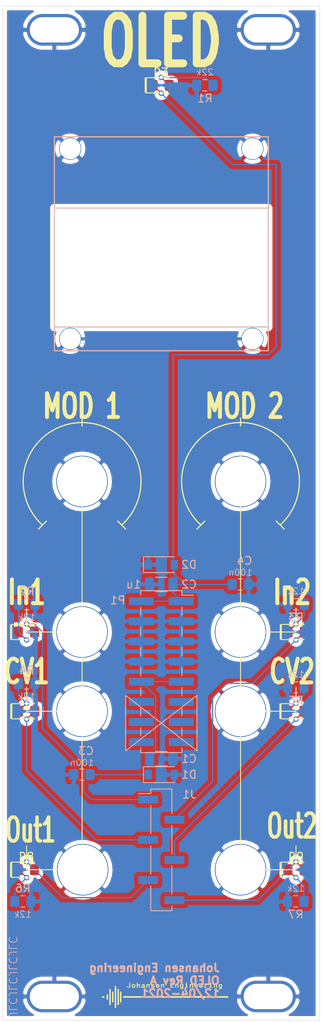
<source format=kicad_pcb>
(kicad_pcb (version 20171130) (host pcbnew "(5.1.9)-1")
  (layers (0 F.Cu signal hide) (31 B.Cu signal) (34 B.Paste user) (35 F.Paste user) (36 B.SilkS user) (37 F.SilkS user) (38 B.Mask user) (39 F.Mask user) (44 Edge.Cuts user))
  (net 0 "")
  (net 1 GND)
  (net 2 +12VA)
  (net 3 -12VA)
  (net 4 "Net-(D3-Pad2)")
  (net 5 "Net-(D4-Pad1)")
  (net 6 "Net-(D4-Pad2)")
  (net 7 "Net-(D5-Pad2)")
  (net 8 "Net-(D5-Pad1)")
  (net 9 "Net-(D6-Pad1)")
  (net 10 "Net-(D6-Pad2)")
  (net 11 "Net-(D7-Pad2)")
  (net 12 "Net-(D7-Pad1)")
  (net 13 +5V)
  (net 14 "Net-(P1-Pad13)")
  (net 15 "Net-(P1-Pad15)")
  (net 16 "Net-(D8-Pad1)")
  (net 17 "Net-(D8-Pad2)")
  (net 18 "Net-(D9-Pad2)")
  (net 19 "Net-(D9-Pad1)")
  (module AJ:MountingHole_Eurorack3 (layer F.Cu) (at 226.5 39)
    (fp_text reference H9)
    (fp_text value MountingHole_Pad)
    (pad 1 thru_hole oval (at 0 0) (size 7 4) (drill oval 6.2 3.2) (layers *.Cu *.Mask) (net 1 GND))
  )
  (module AJ:Pot_6m3_scale1 (layer F.Cu) (at 223 96)
    (fp_text reference TP107 hide)
    (fp_text value OFF1)
    (pad 1 thru_hole circle (at 0 0) (size 6.5 6.5) (drill 6.3) (layers *.Cu *.Mask) (net 1 GND))
  )
  (module AJ:MountingHole_Eurorack3 (layer F.Cu) (at 199.5 39)
    (fp_text reference H7)
    (fp_text value MountingHole_Pad)
    (pad 1 thru_hole oval (at 0 0) (size 7 4) (drill oval 6.2 3.2) (layers *.Cu *.Mask) (net 1 GND))
  )
  (module AJ:MountingHole_Eurorack3 (layer B.Cu) (at 199.5 161)
    (fp_text reference H6)
    (fp_text value MountingHole_Pad)
    (pad 1 thru_hole oval (at 0 0) (size 7 4) (drill oval 6.2 3.2) (layers *.Cu *.Mask) (net 1 GND))
  )
  (module AJ:Jack_6m3 (layer F.Cu) (at 223 115)
    (fp_text reference TP107 hide)
    (fp_text value FM)
    (pad 1 thru_hole circle (at 0 0) (size 6.5 6.5) (drill 6.3) (layers *.Cu *.Mask) (net 1 GND))
  )
  (module AJ:MountingHole_Eurorack3 (layer B.Cu) (at 226.5 161)
    (fp_text reference H8)
    (fp_text value MountingHole_Pad)
    (pad 1 thru_hole oval (at 0 0) (size 7 4) (drill oval 6.2 3.2) (layers *.Cu *.Mask) (net 1 GND))
  )
  (module AJ:Jack_6m3 (layer F.Cu) (at 203 115)
    (fp_text reference TP102 hide)
    (fp_text value SQ)
    (pad 1 thru_hole circle (at 0 0) (size 6.5 6.5) (drill 6.3) (layers *.Cu *.Mask) (net 1 GND))
  )
  (module AJ:Jack_6m3 (layer F.Cu) (at 203.075001 145)
    (fp_text reference TP106 hide)
    (fp_text value HS)
    (pad 1 thru_hole circle (at 0 0) (size 6.5 6.5) (drill 6.3) (layers *.Cu *.Mask) (net 1 GND))
  )
  (module AJ:Jack_6m3 (layer F.Cu) (at 203 125)
    (fp_text reference TP108 hide)
    (fp_text value PWM)
    (pad 1 thru_hole circle (at 0 0) (size 6.5 6.5) (drill 6.3) (layers *.Cu *.Mask) (net 1 GND))
  )
  (module AJ:Pot_6m3_scale1 (layer F.Cu) (at 203 96)
    (fp_text reference TP112 hide)
    (fp_text value Fine)
    (pad 1 thru_hole circle (at 0 0) (size 6.5 6.5) (drill 6.3) (layers *.Cu *.Mask) (net 1 GND))
  )
  (module AJ:Jack_6m3 (layer F.Cu) (at 223 145)
    (fp_text reference TP105 hide)
    (fp_text value In3)
    (pad 1 thru_hole circle (at 0 0) (size 6.5 6.5) (drill 6.3) (layers *.Cu *.Mask) (net 1 GND))
  )
  (module AJ:Jack_6m3 (layer F.Cu) (at 223 125)
    (fp_text reference TP103 hide)
    (fp_text value In1)
    (pad 1 thru_hole circle (at 0 0) (size 6.5 6.5) (drill 6.3) (layers *.Cu *.Mask) (net 1 GND))
  )
  (module AJ:Johansen_engineering_logo_20mm (layer F.Cu) (at 213.5 161)
    (fp_text reference G*** hide)
    (fp_text value LOGO hide)
  )
  (module Capacitor_SMD:C_1206_3216Metric (layer B.Cu) (at 213 131)
    (fp_text reference C1 (at 3.5 0) (layer B.SilkS) (effects (justify mirror)))
    (fp_text value 1u)
    (pad 2 smd roundrect (at 1.475 0) (size 1.15 1.8) (layers B.Cu B.Paste B.Mask) (roundrect_rratio 0.217391) (net 1 GND))
    (pad 1 smd roundrect (at -1.475 0) (size 1.15 1.8) (layers B.Cu B.Paste B.Mask) (roundrect_rratio 0.217391) (net 2 +12VA))
  )
  (module Capacitor_SMD:C_1206_3216Metric (layer B.Cu) (at 213 109)
    (fp_text reference C2 (at 3.5 0) (layer B.SilkS) (effects (justify mirror)))
    (fp_text value 1u (at -3.5 0) (layer B.SilkS) (effects (justify mirror)))
    (pad 1 smd roundrect (at -1.475 0) (size 1.15 1.8) (layers B.Cu B.Paste B.Mask) (roundrect_rratio 0.217391) (net 1 GND))
    (pad 2 smd roundrect (at 1.475 0) (size 1.15 1.8) (layers B.Cu B.Paste B.Mask) (roundrect_rratio 0.217391) (net 3 -12VA))
  )
  (module AJ:C_0805_AJ (layer B.Cu) (at 202.975 133 180)
    (fp_text reference C3 (at -0.525 3) (layer B.SilkS) (effects (justify mirror)))
    (fp_text value 100n (at 0 1.5) (layer B.SilkS) (effects (font (size 0.8 0.8) (thickness 0.1)) (justify mirror)))
    (pad 2 smd roundrect (at 1.025 0 180) (size 1.15 1.4) (layers B.Cu B.Paste B.Mask) (roundrect_rratio 0.217391) (net 1 GND))
    (pad 1 smd roundrect (at -1.025 0 180) (size 1.15 1.4) (layers B.Cu B.Paste B.Mask) (roundrect_rratio 0.217391) (net 2 +12VA))
  )
  (module AJ:C_0805_AJ (layer B.Cu) (at 222.975 109 180)
    (fp_text reference C4 (at -0.525 3) (layer B.SilkS) (effects (justify mirror)))
    (fp_text value 100n (at 0 1.5) (layer B.SilkS) (effects (font (size 0.8 0.8) (thickness 0.1)) (justify mirror)))
    (pad 1 smd roundrect (at -1.025 0 180) (size 1.15 1.4) (layers B.Cu B.Paste B.Mask) (roundrect_rratio 0.217391) (net 1 GND))
    (pad 2 smd roundrect (at 1.025 0 180) (size 1.15 1.4) (layers B.Cu B.Paste B.Mask) (roundrect_rratio 0.217391) (net 3 -12VA))
  )
  (module Diode_SMD:D_SOD-123 (layer B.Cu) (at 213 133)
    (fp_text reference D1 (at 3.5 0) (layer B.SilkS) (effects (justify mirror)))
    (fp_text value 1N1007)
    (pad 2 smd rect (at 1.65 0) (size 0.9 1.2) (layers B.Cu B.Paste B.Mask) (net 1 GND))
    (pad 1 smd rect (at -1.65 0) (size 0.9 1.2) (layers B.Cu B.Paste B.Mask) (net 2 +12VA))
  )
  (module Diode_SMD:D_SOD-123 (layer B.Cu) (at 213 106.5)
    (fp_text reference D2 (at 3.5 0) (layer B.SilkS) (effects (justify mirror)))
    (fp_text value 1N1007)
    (pad 1 smd rect (at -1.65 0) (size 0.9 1.2) (layers B.Cu B.Paste B.Mask) (net 1 GND))
    (pad 2 smd rect (at 1.65 0) (size 0.9 1.2) (layers B.Cu B.Paste B.Mask) (net 3 -12VA))
  )
  (module AJ:D_0805_AJ (layer F.Cu) (at 212.975 46)
    (fp_text reference D3 (at 0 -1.65) (layer F.SilkS))
    (fp_text value LED)
    (pad 1 smd roundrect (at -1.025 0) (size 1.15 1.4) (layers F.Cu F.Paste F.Mask) (roundrect_rratio 0.217391) (net 3 -12VA))
    (pad 2 smd roundrect (at 1.025 0) (size 1.15 1.4) (layers F.Cu F.Paste F.Mask) (roundrect_rratio 0.217391) (net 4 "Net-(D3-Pad2)"))
  )
  (module AJ:D_0805_AJ (layer F.Cu) (at 195.975 115)
    (fp_text reference D4 hide)
    (fp_text value LED)
    (pad 1 smd roundrect (at -1.025 0) (size 1.15 1.4) (layers F.Cu F.Paste F.Mask) (roundrect_rratio 0.217391) (net 5 "Net-(D4-Pad1)"))
    (pad 2 smd roundrect (at 1.025 0) (size 1.15 1.4) (layers F.Cu F.Paste F.Mask) (roundrect_rratio 0.217391) (net 6 "Net-(D4-Pad2)"))
  )
  (module AJ:D_0805_AJ (layer F.Cu) (at 230.025 115)
    (fp_text reference D5 hide)
    (fp_text value LED)
    (pad 2 smd roundrect (at 1.025 0) (size 1.15 1.4) (layers F.Cu F.Paste F.Mask) (roundrect_rratio 0.217391) (net 7 "Net-(D5-Pad2)"))
    (pad 1 smd roundrect (at -1.025 0) (size 1.15 1.4) (layers F.Cu F.Paste F.Mask) (roundrect_rratio 0.217391) (net 8 "Net-(D5-Pad1)"))
  )
  (module AJ:D_0805_AJ (layer F.Cu) (at 196 125)
    (fp_text reference D6 hide)
    (fp_text value LED)
    (pad 1 smd roundrect (at -1.025 0) (size 1.15 1.4) (layers F.Cu F.Paste F.Mask) (roundrect_rratio 0.217391) (net 9 "Net-(D6-Pad1)"))
    (pad 2 smd roundrect (at 1.025 0) (size 1.15 1.4) (layers F.Cu F.Paste F.Mask) (roundrect_rratio 0.217391) (net 10 "Net-(D6-Pad2)"))
  )
  (module AJ:D_0805_AJ (layer F.Cu) (at 229.975 125)
    (fp_text reference D7 hide)
    (fp_text value LED)
    (pad 2 smd roundrect (at 1.025 0) (size 1.15 1.4) (layers F.Cu F.Paste F.Mask) (roundrect_rratio 0.217391) (net 11 "Net-(D7-Pad2)"))
    (pad 1 smd roundrect (at -1.025 0) (size 1.15 1.4) (layers F.Cu F.Paste F.Mask) (roundrect_rratio 0.217391) (net 12 "Net-(D7-Pad1)"))
  )
  (module AJ:R_0805_AJ (layer B.Cu) (at 218.5 46)
    (fp_text reference R1 (at 0 1.65) (layer B.SilkS) (effects (justify mirror)))
    (fp_text value 22k (at 0 -1.65) (layer B.SilkS) (effects (font (size 0.8 0.8) (thickness 0.1)) (justify mirror)))
    (pad 2 smd roundrect (at 1.025 0) (size 1.15 1.4) (layers B.Cu B.Paste B.Mask) (roundrect_rratio 0.217391) (net 4 "Net-(D3-Pad2)"))
    (pad 1 smd roundrect (at -1.025 0) (size 1.15 1.4) (layers B.Cu B.Paste B.Mask) (roundrect_rratio 0.217391) (net 1 GND))
  )
  (module AJ:R_0805_AJ (layer B.Cu) (at 196.025 111.5 180)
    (fp_text reference R2 (at 0 1.65) (layer B.SilkS) (effects (justify mirror)))
    (fp_text value 12k (at 0 -1.65) (layer B.SilkS) (effects (font (size 0.8 0.8) (thickness 0.1)) (justify mirror)))
    (pad 1 smd roundrect (at -1.025 0 180) (size 1.15 1.4) (layers B.Cu B.Paste B.Mask) (roundrect_rratio 0.217391) (net 1 GND))
    (pad 2 smd roundrect (at 1.025 0 180) (size 1.15 1.4) (layers B.Cu B.Paste B.Mask) (roundrect_rratio 0.217391) (net 5 "Net-(D4-Pad1)"))
  )
  (module AJ:R_0805_AJ (layer B.Cu) (at 230 111.5)
    (fp_text reference R3 (at 0 1.65) (layer B.SilkS) (effects (justify mirror)))
    (fp_text value 12k (at 0 -1.65) (layer B.SilkS) (effects (font (size 0.8 0.8) (thickness 0.1)) (justify mirror)))
    (pad 2 smd roundrect (at 1.025 0) (size 1.15 1.4) (layers B.Cu B.Paste B.Mask) (roundrect_rratio 0.217391) (net 8 "Net-(D5-Pad1)"))
    (pad 1 smd roundrect (at -1.025 0) (size 1.15 1.4) (layers B.Cu B.Paste B.Mask) (roundrect_rratio 0.217391) (net 1 GND))
  )
  (module AJ:R_0805_AJ (layer B.Cu) (at 196 121.5 180)
    (fp_text reference R4 (at 0 1.65) (layer B.SilkS) (effects (justify mirror)))
    (fp_text value 12k (at 0 -1.65) (layer B.SilkS) (effects (font (size 0.8 0.8) (thickness 0.1)) (justify mirror)))
    (pad 1 smd roundrect (at -1.025 0 180) (size 1.15 1.4) (layers B.Cu B.Paste B.Mask) (roundrect_rratio 0.217391) (net 1 GND))
    (pad 2 smd roundrect (at 1.025 0 180) (size 1.15 1.4) (layers B.Cu B.Paste B.Mask) (roundrect_rratio 0.217391) (net 9 "Net-(D6-Pad1)"))
  )
  (module AJ:R_0805_AJ (layer B.Cu) (at 229.975 122)
    (fp_text reference R5 (at 0 1.65) (layer B.SilkS) (effects (justify mirror)))
    (fp_text value 12k (at 0 -1.65) (layer B.SilkS) (effects (font (size 0.8 0.8) (thickness 0.1)) (justify mirror)))
    (pad 1 smd roundrect (at -1.025 0) (size 1.15 1.4) (layers B.Cu B.Paste B.Mask) (roundrect_rratio 0.217391) (net 1 GND))
    (pad 2 smd roundrect (at 1.025 0) (size 1.15 1.4) (layers B.Cu B.Paste B.Mask) (roundrect_rratio 0.217391) (net 12 "Net-(D7-Pad1)"))
  )
  (module AJ:D_0805_AJ (layer F.Cu) (at 195.975 145)
    (fp_text reference D8 (at 0 -1.65) (layer F.SilkS))
    (fp_text value LED)
    (pad 1 smd roundrect (at -1.025 0) (size 1.15 1.4) (layers F.Cu F.Paste F.Mask) (roundrect_rratio 0.217391) (net 16 "Net-(D8-Pad1)"))
    (pad 2 smd roundrect (at 1.025 0) (size 1.15 1.4) (layers F.Cu F.Paste F.Mask) (roundrect_rratio 0.217391) (net 17 "Net-(D8-Pad2)"))
  )
  (module AJ:D_0805_AJ (layer F.Cu) (at 230 145)
    (fp_text reference D9 (at 0 -1.65) (layer F.SilkS))
    (fp_text value LED)
    (pad 2 smd roundrect (at 1.025 0) (size 1.15 1.4) (layers F.Cu F.Paste F.Mask) (roundrect_rratio 0.217391) (net 18 "Net-(D9-Pad2)"))
    (pad 1 smd roundrect (at -1.025 0) (size 1.15 1.4) (layers F.Cu F.Paste F.Mask) (roundrect_rratio 0.217391) (net 19 "Net-(D9-Pad1)"))
  )
  (module AJ:R_0805_AJ (layer B.Cu) (at 195.525 149 180)
    (fp_text reference R6 (at 0 1.65) (layer B.SilkS) (effects (justify mirror)))
    (fp_text value 12k (at 0 -1.65) (layer B.SilkS) (effects (font (size 0.8 0.8) (thickness 0.1)) (justify mirror)))
    (pad 1 smd roundrect (at -1.025 0 180) (size 1.15 1.4) (layers B.Cu B.Paste B.Mask) (roundrect_rratio 0.217391) (net 1 GND))
    (pad 2 smd roundrect (at 1.025 0 180) (size 1.15 1.4) (layers B.Cu B.Paste B.Mask) (roundrect_rratio 0.217391) (net 16 "Net-(D8-Pad1)"))
  )
  (module AJ:R_0805_AJ (layer B.Cu) (at 229.975 149)
    (fp_text reference R7 (at 0 1.65) (layer B.SilkS) (effects (justify mirror)))
    (fp_text value 12k (at 0 -1.65) (layer B.SilkS) (effects (font (size 0.8 0.8) (thickness 0.1)) (justify mirror)))
    (pad 2 smd roundrect (at 1.025 0) (size 1.15 1.4) (layers B.Cu B.Paste B.Mask) (roundrect_rratio 0.217391) (net 19 "Net-(D9-Pad1)"))
    (pad 1 smd roundrect (at -1.025 0) (size 1.15 1.4) (layers B.Cu B.Paste B.Mask) (roundrect_rratio 0.217391) (net 1 GND))
  )
  (module Connector_PinHeader_2.54mm:PinHeader_1x06_P2.54mm_Vertical_SMD_Pin1Right (layer B.Cu) (at 213 142.5 180)
    (fp_text reference J1 (at -3.5 7) (layer B.SilkS) (effects (justify mirror)))
    (fp_text value "LED 1-6")
    (pad 2 smd rect (at -1.655 3.81 180) (size 2.51 1) (layers B.Cu B.Paste B.Mask) (net 7 "Net-(D5-Pad2)"))
    (pad 4 smd rect (at -1.655 -1.27 180) (size 2.51 1) (layers B.Cu B.Paste B.Mask) (net 11 "Net-(D7-Pad2)"))
    (pad 6 smd rect (at -1.655 -6.35 180) (size 2.51 1) (layers B.Cu B.Paste B.Mask) (net 18 "Net-(D9-Pad2)"))
    (pad 1 smd rect (at 1.655 6.35 180) (size 2.51 1) (layers B.Cu B.Paste B.Mask) (net 6 "Net-(D4-Pad2)"))
    (pad 3 smd rect (at 1.655 1.27 180) (size 2.51 1) (layers B.Cu B.Paste B.Mask) (net 10 "Net-(D6-Pad2)"))
    (pad 5 smd rect (at 1.655 -3.81 180) (size 2.51 1) (layers B.Cu B.Paste B.Mask) (net 17 "Net-(D8-Pad2)"))
  )
  (module Connector_PinHeader_2.54mm:PinHeader_2x08_P2.54mm_Vertical_SMD (layer B.Cu) (at 213 120 180)
    (fp_text reference P1 (at 5.5 9) (layer B.SilkS) (effects (justify mirror)))
    (fp_text value Doepfer_Power_16pin)
    (pad 1 smd rect (at -2.525 8.89 180) (size 3.15 1) (layers B.Cu B.Paste B.Mask) (net 3 -12VA))
    (pad 2 smd rect (at 2.525 8.89 180) (size 3.15 1) (layers B.Cu B.Paste B.Mask) (net 3 -12VA))
    (pad 3 smd rect (at -2.525 6.35 180) (size 3.15 1) (layers B.Cu B.Paste B.Mask) (net 1 GND))
    (pad 4 smd rect (at 2.525 6.35 180) (size 3.15 1) (layers B.Cu B.Paste B.Mask) (net 1 GND))
    (pad 5 smd rect (at -2.525 3.81 180) (size 3.15 1) (layers B.Cu B.Paste B.Mask) (net 1 GND))
    (pad 6 smd rect (at 2.525 3.81 180) (size 3.15 1) (layers B.Cu B.Paste B.Mask) (net 1 GND))
    (pad 7 smd rect (at -2.525 1.27 180) (size 3.15 1) (layers B.Cu B.Paste B.Mask) (net 1 GND))
    (pad 8 smd rect (at 2.525 1.27 180) (size 3.15 1) (layers B.Cu B.Paste B.Mask) (net 1 GND))
    (pad 9 smd rect (at -2.525 -1.27 180) (size 3.15 1) (layers B.Cu B.Paste B.Mask) (net 2 +12VA))
    (pad 10 smd rect (at 2.525 -1.27 180) (size 3.15 1) (layers B.Cu B.Paste B.Mask) (net 2 +12VA))
    (pad 11 smd rect (at -2.525 -3.81 180) (size 3.15 1) (layers B.Cu B.Paste B.Mask) (net 13 +5V))
    (pad 12 smd rect (at 2.525 -3.81 180) (size 3.15 1) (layers B.Cu B.Paste B.Mask) (net 13 +5V))
    (pad 13 smd rect (at -2.525 -6.35 180) (size 3.15 1) (layers B.Cu B.Paste B.Mask) (net 14 "Net-(P1-Pad13)"))
    (pad 14 smd rect (at 2.525 -6.35 180) (size 3.15 1) (layers B.Cu B.Paste B.Mask) (net 14 "Net-(P1-Pad13)"))
    (pad 15 smd rect (at -2.525 -8.89 180) (size 3.15 1) (layers B.Cu B.Paste B.Mask) (net 15 "Net-(P1-Pad15)"))
    (pad 16 smd rect (at 2.525 -8.89 180) (size 3.15 1) (layers B.Cu B.Paste B.Mask) (net 15 "Net-(P1-Pad15)"))
  )
  (module AJ:LED_Hole_3mm (layer F.Cu) (at 248.775001 5.775001)
    (fp_text reference H1)
    (fp_text value ON (at 0 2.5) (layer F.SilkS))
    (pad "" np_thru_hole circle (at 0 0) (size 3 3) (drill 3) (layers *.Cu *.Mask))
  )
  (module AJ:M2.7_Plated (layer F.Cu) (at 201.5 78)
    (fp_text reference H2 (at 0 0.5) (layer F.SilkS))
    (fp_text value OLED)
    (pad 1 thru_hole circle (at 0 0) (size 2.8 2.8) (drill 2.65) (layers *.Cu *.Mask) (net 1 GND))
  )
  (module AJ:M2.7_Plated (layer F.Cu) (at 201.5 54)
    (fp_text reference H3 (at 0 0.5) (layer F.SilkS))
    (fp_text value OLED)
    (pad 1 thru_hole circle (at 0 0) (size 2.8 2.8) (drill 2.65) (layers *.Cu *.Mask) (net 1 GND))
  )
  (module AJ:M2.7_Plated (layer F.Cu) (at 224.5 78)
    (fp_text reference H4 (at 0 0.5) (layer F.SilkS))
    (fp_text value OLED)
    (pad 1 thru_hole circle (at 0 0) (size 2.8 2.8) (drill 2.65) (layers *.Cu *.Mask) (net 1 GND))
  )
  (module AJ:M2.7_Plated (layer F.Cu) (at 224.5 54)
    (fp_text reference H5 (at 0 0.5) (layer F.SilkS))
    (fp_text value OLED)
    (pad 1 thru_hole circle (at 0 0) (size 2.8 2.8) (drill 2.65) (layers *.Cu *.Mask) (net 1 GND))
  )
  (gr_line (start 208.5 123) (end 208.5 130) (layer B.SilkS) (width 0.12))
  (gr_line (start 217.5 130) (end 208.5 123) (layer B.SilkS) (width 0.12))
  (gr_line (start 217.5 123) (end 217.5 130) (layer B.SilkS) (width 0.12))
  (gr_line (start 208.5 130) (end 217.5 123) (layer B.SilkS) (width 0.12))
  (gr_line (start 199.5 76.5) (end 199.5 61.5) (layer Edge.Cuts) (width 0.05))
  (gr_line (start 226.5 76.5) (end 199.5 76.5) (layer Edge.Cuts) (width 0.05))
  (gr_line (start 226.5 61.5) (end 226.5 76.5) (layer Edge.Cuts) (width 0.05))
  (gr_line (start 199.5 61.5) (end 226.5 61.5) (layer Edge.Cuts) (width 0.05))
  (gr_line (start 226.5 76.5) (end 199.5 76.5) (layer B.SilkS) (width 0.15))
  (gr_line (start 226.5 52.5) (end 199.5 52.5) (layer B.SilkS) (width 0.15))
  (gr_line (start 226.5 79.5) (end 199.5 79.5) (layer B.SilkS) (width 0.15))
  (gr_line (start 226.5 61.5) (end 199.5 61.5) (layer B.SilkS) (width 0.15))
  (gr_line (start 226.5 79.5) (end 226.5 52.5) (layer B.SilkS) (width 0.15))
  (gr_line (start 199.5 79.5) (end 199.5 52.5) (layer B.SilkS) (width 0.15))
  (gr_text JLCJLCJLCJLC (at 194.25 158.5 270) (layer B.SilkS) (effects (font (size 1 1) (thickness 0.1)) (justify mirror)))
  (gr_text "Johansen Engineering \nOLED Rev A\n12/04-2021" (at 220.5 159) (layer B.SilkS) (effects (font (size 1 1) (thickness 0.25)) (justify left mirror)))
  (gr_text Out2 (at 229.5 139.5) (layer F.SilkS) (effects (font (size 3 1.8) (thickness 0.45))))
  (gr_text Out1 (at 196.5 140) (layer F.SilkS) (effects (font (size 3 1.8) (thickness 0.45))))
  (gr_line (start 230 115) (end 230 112) (layer F.SilkS) (width 0.12))
  (gr_line (start 230 125) (end 230 122) (layer F.SilkS) (width 0.12))
  (gr_text In2 (at 229.5 110) (layer F.SilkS) (effects (font (size 3 2) (thickness 0.5))))
  (gr_text CV2 (at 229.5 120) (layer F.SilkS) (effects (font (size 3 2) (thickness 0.5))))
  (gr_text "MOD 2" (at 223.5 86.5) (layer F.SilkS) (effects (font (size 3 2) (thickness 0.5))))
  (gr_text CV1 (at 196 120) (layer F.SilkS) (effects (font (size 3 2) (thickness 0.5))))
  (gr_text In1 (at 196 110) (layer F.SilkS) (effects (font (size 3 2) (thickness 0.5))))
  (gr_text "MOD 1" (at 203 86.5) (layer F.SilkS) (effects (font (size 3 2) (thickness 0.5))))
  (gr_text OLED (at 213 40.5) (layer F.SilkS) (effects (font (size 6 4) (thickness 1))))
  (gr_line (start 233 36) (end 233 164) (layer Edge.Cuts) (width 0.05))
  (gr_line (start 203 145) (end 196 145) (layer F.SilkS) (width 0.12))
  (gr_line (start 223.5 145) (end 230 145) (layer F.SilkS) (width 0.12))
  (gr_line (start 193 36) (end 233 36) (layer Edge.Cuts) (width 0.05))
  (gr_line (start 203 125) (end 196 125) (layer F.SilkS) (width 0.12))
  (gr_line (start 196 145) (end 196 142) (layer F.SilkS) (width 0.12))
  (gr_line (start 233 164) (end 193 164) (layer Edge.Cuts) (width 0.05))
  (gr_line (start 193 164) (end 193 36) (layer Edge.Cuts) (width 0.05))
  (gr_line (start 203 115) (end 196 115) (layer F.SilkS) (width 0.12))
  (gr_line (start 196 115) (end 196 112) (layer F.SilkS) (width 0.12))
  (gr_line (start 196 125) (end 196 122) (layer F.SilkS) (width 0.12))
  (gr_line (start 230 115) (end 230 112) (layer F.SilkS) (width 0.12))
  (gr_line (start 230 145) (end 230 142) (layer F.SilkS) (width 0.12))
  (gr_line (start 230 125) (end 230 122) (layer F.SilkS) (width 0.12))
  (gr_line (start 223.5 125) (end 230 125) (layer F.SilkS) (width 0.12))
  (gr_line (start 223.5 115) (end 230 115) (layer F.SilkS) (width 0.12))
  (gr_line (start 203 145) (end 203 92.5) (layer F.SilkS) (width 0.12))
  (gr_line (start 223 92.5) (end 223 145) (layer F.SilkS) (width 0.12))
  (segment (start 217.475 46) (end 217.5 46) (width 0.4) (layer B.Cu) (net 1))
  (segment (start 222 78) (end 224.5 78) (width 0.4) (layer B.Cu) (net 1))
  (segment (start 222 78) (end 201.5 78) (width 0.4) (layer B.Cu) (net 1))
  (segment (start 204 133) (end 211.35 133) (width 0.15) (layer B.Cu) (net 2))
  (segment (start 211.35 131.175) (end 211.525 131) (width 0.15) (layer B.Cu) (net 2))
  (segment (start 211.35 133) (end 211.35 131.175) (width 0.15) (layer B.Cu) (net 2))
  (segment (start 212.275001 123.070001) (end 210.475 121.27) (width 0.15) (layer B.Cu) (net 2))
  (segment (start 212.275001 130.249999) (end 212.275001 123.070001) (width 0.15) (layer B.Cu) (net 2))
  (segment (start 211.525 131) (end 212.275001 130.249999) (width 0.15) (layer B.Cu) (net 2))
  (segment (start 210.475 121.27) (end 215.525 121.27) (width 0.15) (layer B.Cu) (net 2))
  (segment (start 210.475 111.11) (end 215.525 111.11) (width 0.15) (layer B.Cu) (net 3))
  (segment (start 214.475 110.06) (end 215.525 111.11) (width 0.15) (layer B.Cu) (net 3))
  (segment (start 214.475 109) (end 214.475 110.06) (width 0.15) (layer B.Cu) (net 3))
  (segment (start 221.95 109) (end 214.475 109) (width 0.15) (layer B.Cu) (net 3))
  (segment (start 214.65 108.825) (end 214.475 109) (width 0.15) (layer B.Cu) (net 3))
  (segment (start 214.65 106.5) (end 214.65 108.825) (width 0.15) (layer B.Cu) (net 3))
  (via (at 213 47) (size 0.7) (drill 0.4) (layers F.Cu B.Cu) (net 3))
  (segment (start 212 46) (end 213 47) (width 0.15) (layer F.Cu) (net 3))
  (segment (start 211.95 46) (end 212 46) (width 0.15) (layer F.Cu) (net 3))
  (segment (start 214.5 80) (end 214.5 107.5) (width 0.15) (layer B.Cu) (net 3))
  (segment (start 214.5 107.5) (end 216 109) (width 0.15) (layer B.Cu) (net 3))
  (segment (start 227.5 79) (end 226.5 80) (width 0.15) (layer B.Cu) (net 3))
  (segment (start 227.5 56) (end 227.5 79) (width 0.15) (layer B.Cu) (net 3))
  (segment (start 216 109) (end 221.95 109) (width 0.15) (layer B.Cu) (net 3))
  (segment (start 226.5 80) (end 214.5 80) (width 0.15) (layer B.Cu) (net 3))
  (segment (start 222 56) (end 227.5 56) (width 0.15) (layer B.Cu) (net 3))
  (segment (start 213 47) (end 222 56) (width 0.15) (layer B.Cu) (net 3))
  (via (at 213 45) (size 0.7) (drill 0.4) (layers F.Cu B.Cu) (net 4))
  (segment (start 213.02499 45.02499) (end 213 45) (width 0.15) (layer B.Cu) (net 4))
  (segment (start 218.54999 45.02499) (end 213.02499 45.02499) (width 0.15) (layer B.Cu) (net 4))
  (segment (start 219.525 46) (end 218.54999 45.02499) (width 0.15) (layer B.Cu) (net 4))
  (segment (start 213 45) (end 214 46) (width 0.15) (layer F.Cu) (net 4))
  (segment (start 195 115) (end 196 116) (width 0.15) (layer B.Cu) (net 5))
  (segment (start 195 111.5) (end 195 115) (width 0.15) (layer B.Cu) (net 5))
  (segment (start 195.95 116) (end 196 116) (width 0.15) (layer F.Cu) (net 5))
  (segment (start 194.95 115) (end 195.95 116) (width 0.15) (layer F.Cu) (net 5))
  (via (at 196 116) (size 0.7) (drill 0.4) (layers F.Cu B.Cu) (net 5))
  (segment (start 198 115) (end 197 114) (width 0.15) (layer B.Cu) (net 6))
  (via (at 196 114) (size 0.7) (drill 0.4) (layers F.Cu B.Cu) (net 6))
  (segment (start 211.345 136.15) (end 204.15 136.15) (width 0.15) (layer B.Cu) (net 6))
  (segment (start 204.15 136.15) (end 203.19999 135.19999) (width 0.15) (layer B.Cu) (net 6))
  (segment (start 203.19999 135.19999) (end 203.19999 132.353242) (width 0.15) (layer B.Cu) (net 6))
  (segment (start 197 114) (end 196 114) (width 0.15) (layer B.Cu) (net 6))
  (segment (start 197 115) (end 196 114) (width 0.15) (layer F.Cu) (net 6))
  (segment (start 203.19999 132.353242) (end 198 127.153252) (width 0.15) (layer B.Cu) (net 6))
  (segment (start 198 127.153252) (end 198 115) (width 0.15) (layer B.Cu) (net 6))
  (via (at 230 116) (size 0.7) (drill 0.4) (layers F.Cu B.Cu) (net 7))
  (segment (start 214.655 138.69) (end 219.474999 133.870001) (width 0.15) (layer B.Cu) (net 7))
  (segment (start 230.05 116) (end 230 116) (width 0.15) (layer F.Cu) (net 7))
  (segment (start 219.474999 133.870001) (end 219.474999 123.307999) (width 0.15) (layer B.Cu) (net 7))
  (segment (start 221.307999 121.474999) (end 224.525001 121.474999) (width 0.15) (layer B.Cu) (net 7))
  (segment (start 219.474999 123.307999) (end 221.307999 121.474999) (width 0.15) (layer B.Cu) (net 7))
  (segment (start 224.525001 121.474999) (end 230 116) (width 0.15) (layer B.Cu) (net 7))
  (segment (start 231.05 115) (end 230.05 116) (width 0.15) (layer F.Cu) (net 7))
  (via (at 230 113.999958) (size 0.7) (drill 0.4) (layers F.Cu B.Cu) (net 8))
  (segment (start 229 115) (end 230 114) (width 0.15) (layer F.Cu) (net 8))
  (segment (start 230 114) (end 230 113.999958) (width 0.15) (layer F.Cu) (net 8))
  (segment (start 231.025 111.5) (end 231.025 112.974958) (width 0.15) (layer B.Cu) (net 8))
  (segment (start 231.025 112.974958) (end 230 113.999958) (width 0.15) (layer B.Cu) (net 8))
  (segment (start 194.975 122.975) (end 196 124) (width 0.15) (layer B.Cu) (net 9))
  (segment (start 195.975 124) (end 196 124) (width 0.15) (layer F.Cu) (net 9))
  (segment (start 194.975 121.5) (end 194.975 122.975) (width 0.15) (layer B.Cu) (net 9))
  (segment (start 194.975 125) (end 195.975 124) (width 0.15) (layer F.Cu) (net 9))
  (via (at 196 124) (size 0.7) (drill 0.4) (layers F.Cu B.Cu) (net 9))
  (via (at 196 126.000008) (size 0.7) (drill 0.4) (layers F.Cu B.Cu) (net 10))
  (segment (start 204.73 141.23) (end 196 132.5) (width 0.15) (layer B.Cu) (net 10))
  (segment (start 211.345 141.23) (end 204.73 141.23) (width 0.15) (layer B.Cu) (net 10))
  (segment (start 197.025 125) (end 196.024992 126.000008) (width 0.15) (layer F.Cu) (net 10))
  (segment (start 196.024992 126.000008) (end 196 126.000008) (width 0.15) (layer F.Cu) (net 10))
  (segment (start 196 132.5) (end 196 126.000008) (width 0.15) (layer B.Cu) (net 10))
  (segment (start 214.655 141.345) (end 230 126) (width 0.15) (layer B.Cu) (net 11))
  (segment (start 214.655 143.77) (end 214.655 141.345) (width 0.15) (layer B.Cu) (net 11))
  (segment (start 231 125) (end 230 126) (width 0.15) (layer F.Cu) (net 11))
  (via (at 230 126) (size 0.7) (drill 0.4) (layers F.Cu B.Cu) (net 11))
  (via (at 230 124) (size 0.7) (drill 0.4) (layers F.Cu B.Cu) (net 12))
  (segment (start 229.95 124) (end 230 124) (width 0.15) (layer F.Cu) (net 12))
  (segment (start 231 122) (end 231 123) (width 0.15) (layer B.Cu) (net 12))
  (segment (start 231 123) (end 230 124) (width 0.15) (layer B.Cu) (net 12))
  (segment (start 228.95 125) (end 229.95 124) (width 0.15) (layer F.Cu) (net 12))
  (via (at 196 146) (size 0.7) (drill 0.4) (layers F.Cu B.Cu) (net 16))
  (segment (start 195 145) (end 196 146) (width 0.15) (layer F.Cu) (net 16))
  (segment (start 194.95 145) (end 195 145) (width 0.15) (layer F.Cu) (net 16))
  (segment (start 194.5 147.5) (end 194.5 149) (width 0.15) (layer B.Cu) (net 16))
  (segment (start 196 146) (end 194.5 147.5) (width 0.15) (layer B.Cu) (net 16))
  (via (at 196.000007 144.000007) (size 0.7) (drill 0.4) (layers F.Cu B.Cu) (net 17))
  (segment (start 197 145) (end 196.000007 144.000007) (width 0.15) (layer F.Cu) (net 17))
  (segment (start 211.345 146.31) (end 209.129999 148.525001) (width 0.15) (layer B.Cu) (net 17))
  (segment (start 209.129999 148.525001) (end 200.525001 148.525001) (width 0.15) (layer B.Cu) (net 17))
  (segment (start 200.525001 148.525001) (end 196.000007 144.000007) (width 0.15) (layer B.Cu) (net 17))
  (via (at 230 144) (size 0.7) (drill 0.4) (layers F.Cu B.Cu) (net 18))
  (segment (start 231.025 145) (end 230.025 144) (width 0.15) (layer F.Cu) (net 18))
  (segment (start 230.025 144) (end 230 144) (width 0.15) (layer F.Cu) (net 18))
  (segment (start 214.655 148.85) (end 225.15 148.85) (width 0.15) (layer B.Cu) (net 18))
  (segment (start 225.15 148.85) (end 230 144) (width 0.15) (layer B.Cu) (net 18))
  (segment (start 231 147) (end 230 146) (width 0.15) (layer B.Cu) (net 19))
  (segment (start 229.975 146) (end 230 146) (width 0.15) (layer F.Cu) (net 19))
  (segment (start 228.975 145) (end 229.975 146) (width 0.15) (layer F.Cu) (net 19))
  (segment (start 231 149) (end 231 147) (width 0.15) (layer B.Cu) (net 19))
  (via (at 230 146) (size 0.7) (drill 0.4) (layers F.Cu B.Cu) (net 19))
  (zone (net 1) (net_name GND) (layer F.Cu) (connect_pads (clearance 0.508)) (min_thickness 0.254) (fill yes (arc_segments 32) (thermal_gap 0.508) (thermal_bridge_width 0.508))
    (polygon (pts (xy 193 36) (xy 233 36) (xy 233 164) (xy 193 164)))
  )
  (zone (net 1) (net_name GND) (layer B.Cu) (connect_pads (clearance 0.508)) (min_thickness 0.254) (fill yes (arc_segments 32) (thermal_gap 0.508) (thermal_bridge_width 0.508))
    (polygon (pts (xy 193 36) (xy 233 36) (xy 233 164) (xy 193 164)))
  )
)
</source>
